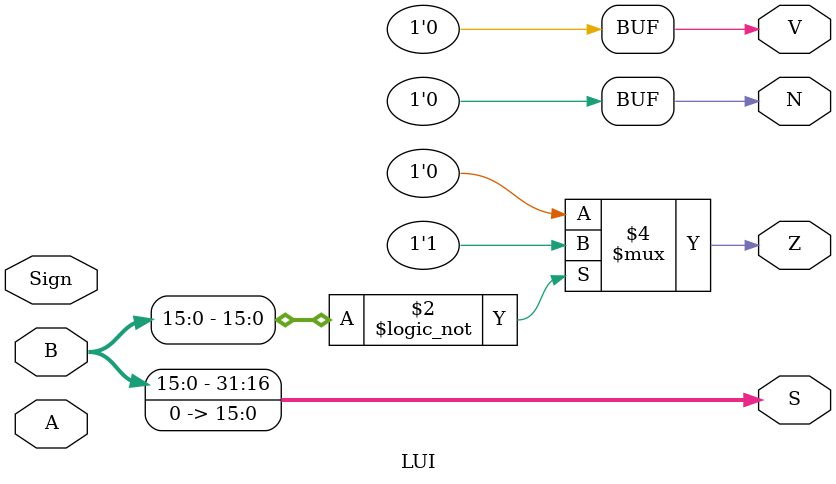
<source format=v>
`timescale 1ns / 1ps

module LUI( A, B, Sign, S, Z, V, N);

    input [31:0] A;
    input [31:0] B;
    input Sign;

    output reg [31:0] S;
    output reg Z;
    output reg V;
    output reg N;

    always@(*)
    begin
        S = {B[15:0], {16{1'b0}}};
        V <= 0;
        N <= 0;
        if (S == 0) Z <= 1;
        else Z <= 0;
    end

endmodule

</source>
